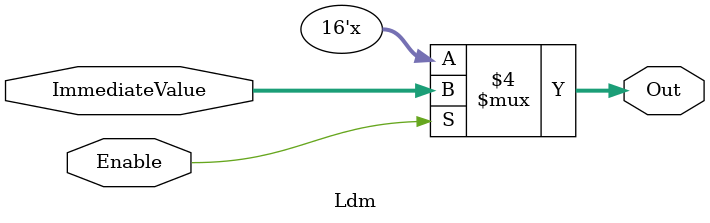
<source format=v>
module Ldm(input[15:0] ImmediateValue,input Enable,output reg[15:0] Out);
always@* begin
if(Enable == 1'b1) begin
Out = ImmediateValue;
end else begin
Out = 16'bz;
end
end
endmodule

</source>
